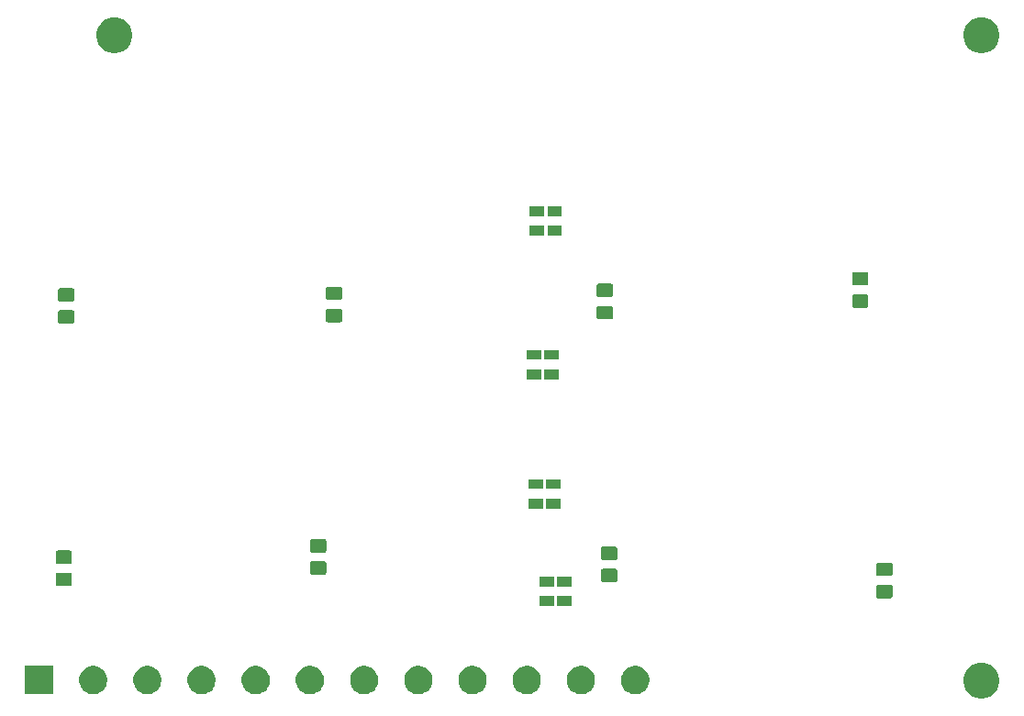
<source format=gbr>
G04 #@! TF.GenerationSoftware,KiCad,Pcbnew,(5.1.5)-3*
G04 #@! TF.CreationDate,2020-07-03T21:40:14-07:00*
G04 #@! TF.ProjectId,Sparkfun_buttons,53706172-6b66-4756-9e5f-627574746f6e,rev?*
G04 #@! TF.SameCoordinates,Original*
G04 #@! TF.FileFunction,Soldermask,Bot*
G04 #@! TF.FilePolarity,Negative*
%FSLAX46Y46*%
G04 Gerber Fmt 4.6, Leading zero omitted, Abs format (unit mm)*
G04 Created by KiCad (PCBNEW (5.1.5)-3) date 2020-07-03 21:40:14*
%MOMM*%
%LPD*%
G04 APERTURE LIST*
%ADD10C,0.100000*%
G04 APERTURE END LIST*
D10*
G36*
X170375256Y-84306798D02*
G01*
X170481579Y-84327947D01*
X170782042Y-84452403D01*
X171052451Y-84633085D01*
X171282415Y-84863049D01*
X171406036Y-85048061D01*
X171463098Y-85133460D01*
X171587553Y-85433922D01*
X171650279Y-85749263D01*
X171651000Y-85752891D01*
X171651000Y-86078109D01*
X171587553Y-86397079D01*
X171463097Y-86697542D01*
X171282415Y-86967951D01*
X171052451Y-87197915D01*
X170782042Y-87378597D01*
X170481579Y-87503053D01*
X170375256Y-87524202D01*
X170162611Y-87566500D01*
X169837389Y-87566500D01*
X169624744Y-87524202D01*
X169518421Y-87503053D01*
X169217958Y-87378597D01*
X168947549Y-87197915D01*
X168717585Y-86967951D01*
X168536903Y-86697542D01*
X168412447Y-86397079D01*
X168349000Y-86078109D01*
X168349000Y-85752891D01*
X168349722Y-85749263D01*
X168412447Y-85433922D01*
X168536902Y-85133460D01*
X168593964Y-85048061D01*
X168717585Y-84863049D01*
X168947549Y-84633085D01*
X169217958Y-84452403D01*
X169518421Y-84327947D01*
X169624744Y-84306798D01*
X169837389Y-84264500D01*
X170162611Y-84264500D01*
X170375256Y-84306798D01*
G37*
G36*
X133424787Y-84626396D02*
G01*
X133661553Y-84724468D01*
X133661555Y-84724469D01*
X133868955Y-84863049D01*
X133874639Y-84866847D01*
X134055853Y-85048061D01*
X134198232Y-85261147D01*
X134296304Y-85497913D01*
X134346300Y-85749261D01*
X134346300Y-86005539D01*
X134296304Y-86256887D01*
X134238234Y-86397079D01*
X134198231Y-86493655D01*
X134055853Y-86706739D01*
X133874639Y-86887953D01*
X133661555Y-87030331D01*
X133661554Y-87030332D01*
X133661553Y-87030332D01*
X133424787Y-87128404D01*
X133173439Y-87178400D01*
X132917161Y-87178400D01*
X132665813Y-87128404D01*
X132429047Y-87030332D01*
X132429046Y-87030332D01*
X132429045Y-87030331D01*
X132215961Y-86887953D01*
X132034747Y-86706739D01*
X131892369Y-86493655D01*
X131852366Y-86397079D01*
X131794296Y-86256887D01*
X131744300Y-86005539D01*
X131744300Y-85749261D01*
X131794296Y-85497913D01*
X131892368Y-85261147D01*
X132034747Y-85048061D01*
X132215961Y-84866847D01*
X132221645Y-84863049D01*
X132429045Y-84724469D01*
X132429047Y-84724468D01*
X132665813Y-84626396D01*
X132917161Y-84576400D01*
X133173439Y-84576400D01*
X133424787Y-84626396D01*
G37*
G36*
X128424787Y-84626396D02*
G01*
X128661553Y-84724468D01*
X128661555Y-84724469D01*
X128868955Y-84863049D01*
X128874639Y-84866847D01*
X129055853Y-85048061D01*
X129198232Y-85261147D01*
X129296304Y-85497913D01*
X129346300Y-85749261D01*
X129346300Y-86005539D01*
X129296304Y-86256887D01*
X129238234Y-86397079D01*
X129198231Y-86493655D01*
X129055853Y-86706739D01*
X128874639Y-86887953D01*
X128661555Y-87030331D01*
X128661554Y-87030332D01*
X128661553Y-87030332D01*
X128424787Y-87128404D01*
X128173439Y-87178400D01*
X127917161Y-87178400D01*
X127665813Y-87128404D01*
X127429047Y-87030332D01*
X127429046Y-87030332D01*
X127429045Y-87030331D01*
X127215961Y-86887953D01*
X127034747Y-86706739D01*
X126892369Y-86493655D01*
X126852366Y-86397079D01*
X126794296Y-86256887D01*
X126744300Y-86005539D01*
X126744300Y-85749261D01*
X126794296Y-85497913D01*
X126892368Y-85261147D01*
X127034747Y-85048061D01*
X127215961Y-84866847D01*
X127221645Y-84863049D01*
X127429045Y-84724469D01*
X127429047Y-84724468D01*
X127665813Y-84626396D01*
X127917161Y-84576400D01*
X128173439Y-84576400D01*
X128424787Y-84626396D01*
G37*
G36*
X123424787Y-84626396D02*
G01*
X123661553Y-84724468D01*
X123661555Y-84724469D01*
X123868955Y-84863049D01*
X123874639Y-84866847D01*
X124055853Y-85048061D01*
X124198232Y-85261147D01*
X124296304Y-85497913D01*
X124346300Y-85749261D01*
X124346300Y-86005539D01*
X124296304Y-86256887D01*
X124238234Y-86397079D01*
X124198231Y-86493655D01*
X124055853Y-86706739D01*
X123874639Y-86887953D01*
X123661555Y-87030331D01*
X123661554Y-87030332D01*
X123661553Y-87030332D01*
X123424787Y-87128404D01*
X123173439Y-87178400D01*
X122917161Y-87178400D01*
X122665813Y-87128404D01*
X122429047Y-87030332D01*
X122429046Y-87030332D01*
X122429045Y-87030331D01*
X122215961Y-86887953D01*
X122034747Y-86706739D01*
X121892369Y-86493655D01*
X121852366Y-86397079D01*
X121794296Y-86256887D01*
X121744300Y-86005539D01*
X121744300Y-85749261D01*
X121794296Y-85497913D01*
X121892368Y-85261147D01*
X122034747Y-85048061D01*
X122215961Y-84866847D01*
X122221645Y-84863049D01*
X122429045Y-84724469D01*
X122429047Y-84724468D01*
X122665813Y-84626396D01*
X122917161Y-84576400D01*
X123173439Y-84576400D01*
X123424787Y-84626396D01*
G37*
G36*
X118424787Y-84626396D02*
G01*
X118661553Y-84724468D01*
X118661555Y-84724469D01*
X118868955Y-84863049D01*
X118874639Y-84866847D01*
X119055853Y-85048061D01*
X119198232Y-85261147D01*
X119296304Y-85497913D01*
X119346300Y-85749261D01*
X119346300Y-86005539D01*
X119296304Y-86256887D01*
X119238234Y-86397079D01*
X119198231Y-86493655D01*
X119055853Y-86706739D01*
X118874639Y-86887953D01*
X118661555Y-87030331D01*
X118661554Y-87030332D01*
X118661553Y-87030332D01*
X118424787Y-87128404D01*
X118173439Y-87178400D01*
X117917161Y-87178400D01*
X117665813Y-87128404D01*
X117429047Y-87030332D01*
X117429046Y-87030332D01*
X117429045Y-87030331D01*
X117215961Y-86887953D01*
X117034747Y-86706739D01*
X116892369Y-86493655D01*
X116852366Y-86397079D01*
X116794296Y-86256887D01*
X116744300Y-86005539D01*
X116744300Y-85749261D01*
X116794296Y-85497913D01*
X116892368Y-85261147D01*
X117034747Y-85048061D01*
X117215961Y-84866847D01*
X117221645Y-84863049D01*
X117429045Y-84724469D01*
X117429047Y-84724468D01*
X117665813Y-84626396D01*
X117917161Y-84576400D01*
X118173439Y-84576400D01*
X118424787Y-84626396D01*
G37*
G36*
X113424787Y-84626396D02*
G01*
X113661553Y-84724468D01*
X113661555Y-84724469D01*
X113868955Y-84863049D01*
X113874639Y-84866847D01*
X114055853Y-85048061D01*
X114198232Y-85261147D01*
X114296304Y-85497913D01*
X114346300Y-85749261D01*
X114346300Y-86005539D01*
X114296304Y-86256887D01*
X114238234Y-86397079D01*
X114198231Y-86493655D01*
X114055853Y-86706739D01*
X113874639Y-86887953D01*
X113661555Y-87030331D01*
X113661554Y-87030332D01*
X113661553Y-87030332D01*
X113424787Y-87128404D01*
X113173439Y-87178400D01*
X112917161Y-87178400D01*
X112665813Y-87128404D01*
X112429047Y-87030332D01*
X112429046Y-87030332D01*
X112429045Y-87030331D01*
X112215961Y-86887953D01*
X112034747Y-86706739D01*
X111892369Y-86493655D01*
X111852366Y-86397079D01*
X111794296Y-86256887D01*
X111744300Y-86005539D01*
X111744300Y-85749261D01*
X111794296Y-85497913D01*
X111892368Y-85261147D01*
X112034747Y-85048061D01*
X112215961Y-84866847D01*
X112221645Y-84863049D01*
X112429045Y-84724469D01*
X112429047Y-84724468D01*
X112665813Y-84626396D01*
X112917161Y-84576400D01*
X113173439Y-84576400D01*
X113424787Y-84626396D01*
G37*
G36*
X108424787Y-84626396D02*
G01*
X108661553Y-84724468D01*
X108661555Y-84724469D01*
X108868955Y-84863049D01*
X108874639Y-84866847D01*
X109055853Y-85048061D01*
X109198232Y-85261147D01*
X109296304Y-85497913D01*
X109346300Y-85749261D01*
X109346300Y-86005539D01*
X109296304Y-86256887D01*
X109238234Y-86397079D01*
X109198231Y-86493655D01*
X109055853Y-86706739D01*
X108874639Y-86887953D01*
X108661555Y-87030331D01*
X108661554Y-87030332D01*
X108661553Y-87030332D01*
X108424787Y-87128404D01*
X108173439Y-87178400D01*
X107917161Y-87178400D01*
X107665813Y-87128404D01*
X107429047Y-87030332D01*
X107429046Y-87030332D01*
X107429045Y-87030331D01*
X107215961Y-86887953D01*
X107034747Y-86706739D01*
X106892369Y-86493655D01*
X106852366Y-86397079D01*
X106794296Y-86256887D01*
X106744300Y-86005539D01*
X106744300Y-85749261D01*
X106794296Y-85497913D01*
X106892368Y-85261147D01*
X107034747Y-85048061D01*
X107215961Y-84866847D01*
X107221645Y-84863049D01*
X107429045Y-84724469D01*
X107429047Y-84724468D01*
X107665813Y-84626396D01*
X107917161Y-84576400D01*
X108173439Y-84576400D01*
X108424787Y-84626396D01*
G37*
G36*
X98424787Y-84626396D02*
G01*
X98661553Y-84724468D01*
X98661555Y-84724469D01*
X98868955Y-84863049D01*
X98874639Y-84866847D01*
X99055853Y-85048061D01*
X99198232Y-85261147D01*
X99296304Y-85497913D01*
X99346300Y-85749261D01*
X99346300Y-86005539D01*
X99296304Y-86256887D01*
X99238234Y-86397079D01*
X99198231Y-86493655D01*
X99055853Y-86706739D01*
X98874639Y-86887953D01*
X98661555Y-87030331D01*
X98661554Y-87030332D01*
X98661553Y-87030332D01*
X98424787Y-87128404D01*
X98173439Y-87178400D01*
X97917161Y-87178400D01*
X97665813Y-87128404D01*
X97429047Y-87030332D01*
X97429046Y-87030332D01*
X97429045Y-87030331D01*
X97215961Y-86887953D01*
X97034747Y-86706739D01*
X96892369Y-86493655D01*
X96852366Y-86397079D01*
X96794296Y-86256887D01*
X96744300Y-86005539D01*
X96744300Y-85749261D01*
X96794296Y-85497913D01*
X96892368Y-85261147D01*
X97034747Y-85048061D01*
X97215961Y-84866847D01*
X97221645Y-84863049D01*
X97429045Y-84724469D01*
X97429047Y-84724468D01*
X97665813Y-84626396D01*
X97917161Y-84576400D01*
X98173439Y-84576400D01*
X98424787Y-84626396D01*
G37*
G36*
X138424787Y-84626396D02*
G01*
X138661553Y-84724468D01*
X138661555Y-84724469D01*
X138868955Y-84863049D01*
X138874639Y-84866847D01*
X139055853Y-85048061D01*
X139198232Y-85261147D01*
X139296304Y-85497913D01*
X139346300Y-85749261D01*
X139346300Y-86005539D01*
X139296304Y-86256887D01*
X139238234Y-86397079D01*
X139198231Y-86493655D01*
X139055853Y-86706739D01*
X138874639Y-86887953D01*
X138661555Y-87030331D01*
X138661554Y-87030332D01*
X138661553Y-87030332D01*
X138424787Y-87128404D01*
X138173439Y-87178400D01*
X137917161Y-87178400D01*
X137665813Y-87128404D01*
X137429047Y-87030332D01*
X137429046Y-87030332D01*
X137429045Y-87030331D01*
X137215961Y-86887953D01*
X137034747Y-86706739D01*
X136892369Y-86493655D01*
X136852366Y-86397079D01*
X136794296Y-86256887D01*
X136744300Y-86005539D01*
X136744300Y-85749261D01*
X136794296Y-85497913D01*
X136892368Y-85261147D01*
X137034747Y-85048061D01*
X137215961Y-84866847D01*
X137221645Y-84863049D01*
X137429045Y-84724469D01*
X137429047Y-84724468D01*
X137665813Y-84626396D01*
X137917161Y-84576400D01*
X138173439Y-84576400D01*
X138424787Y-84626396D01*
G37*
G36*
X84346300Y-87178400D02*
G01*
X81744300Y-87178400D01*
X81744300Y-84576400D01*
X84346300Y-84576400D01*
X84346300Y-87178400D01*
G37*
G36*
X88424787Y-84626396D02*
G01*
X88661553Y-84724468D01*
X88661555Y-84724469D01*
X88868955Y-84863049D01*
X88874639Y-84866847D01*
X89055853Y-85048061D01*
X89198232Y-85261147D01*
X89296304Y-85497913D01*
X89346300Y-85749261D01*
X89346300Y-86005539D01*
X89296304Y-86256887D01*
X89238234Y-86397079D01*
X89198231Y-86493655D01*
X89055853Y-86706739D01*
X88874639Y-86887953D01*
X88661555Y-87030331D01*
X88661554Y-87030332D01*
X88661553Y-87030332D01*
X88424787Y-87128404D01*
X88173439Y-87178400D01*
X87917161Y-87178400D01*
X87665813Y-87128404D01*
X87429047Y-87030332D01*
X87429046Y-87030332D01*
X87429045Y-87030331D01*
X87215961Y-86887953D01*
X87034747Y-86706739D01*
X86892369Y-86493655D01*
X86852366Y-86397079D01*
X86794296Y-86256887D01*
X86744300Y-86005539D01*
X86744300Y-85749261D01*
X86794296Y-85497913D01*
X86892368Y-85261147D01*
X87034747Y-85048061D01*
X87215961Y-84866847D01*
X87221645Y-84863049D01*
X87429045Y-84724469D01*
X87429047Y-84724468D01*
X87665813Y-84626396D01*
X87917161Y-84576400D01*
X88173439Y-84576400D01*
X88424787Y-84626396D01*
G37*
G36*
X93424787Y-84626396D02*
G01*
X93661553Y-84724468D01*
X93661555Y-84724469D01*
X93868955Y-84863049D01*
X93874639Y-84866847D01*
X94055853Y-85048061D01*
X94198232Y-85261147D01*
X94296304Y-85497913D01*
X94346300Y-85749261D01*
X94346300Y-86005539D01*
X94296304Y-86256887D01*
X94238234Y-86397079D01*
X94198231Y-86493655D01*
X94055853Y-86706739D01*
X93874639Y-86887953D01*
X93661555Y-87030331D01*
X93661554Y-87030332D01*
X93661553Y-87030332D01*
X93424787Y-87128404D01*
X93173439Y-87178400D01*
X92917161Y-87178400D01*
X92665813Y-87128404D01*
X92429047Y-87030332D01*
X92429046Y-87030332D01*
X92429045Y-87030331D01*
X92215961Y-86887953D01*
X92034747Y-86706739D01*
X91892369Y-86493655D01*
X91852366Y-86397079D01*
X91794296Y-86256887D01*
X91744300Y-86005539D01*
X91744300Y-85749261D01*
X91794296Y-85497913D01*
X91892368Y-85261147D01*
X92034747Y-85048061D01*
X92215961Y-84866847D01*
X92221645Y-84863049D01*
X92429045Y-84724469D01*
X92429047Y-84724468D01*
X92665813Y-84626396D01*
X92917161Y-84576400D01*
X93173439Y-84576400D01*
X93424787Y-84626396D01*
G37*
G36*
X103424787Y-84626396D02*
G01*
X103661553Y-84724468D01*
X103661555Y-84724469D01*
X103868955Y-84863049D01*
X103874639Y-84866847D01*
X104055853Y-85048061D01*
X104198232Y-85261147D01*
X104296304Y-85497913D01*
X104346300Y-85749261D01*
X104346300Y-86005539D01*
X104296304Y-86256887D01*
X104238234Y-86397079D01*
X104198231Y-86493655D01*
X104055853Y-86706739D01*
X103874639Y-86887953D01*
X103661555Y-87030331D01*
X103661554Y-87030332D01*
X103661553Y-87030332D01*
X103424787Y-87128404D01*
X103173439Y-87178400D01*
X102917161Y-87178400D01*
X102665813Y-87128404D01*
X102429047Y-87030332D01*
X102429046Y-87030332D01*
X102429045Y-87030331D01*
X102215961Y-86887953D01*
X102034747Y-86706739D01*
X101892369Y-86493655D01*
X101852366Y-86397079D01*
X101794296Y-86256887D01*
X101744300Y-86005539D01*
X101744300Y-85749261D01*
X101794296Y-85497913D01*
X101892368Y-85261147D01*
X102034747Y-85048061D01*
X102215961Y-84866847D01*
X102221645Y-84863049D01*
X102429045Y-84724469D01*
X102429047Y-84724468D01*
X102665813Y-84626396D01*
X102917161Y-84576400D01*
X103173439Y-84576400D01*
X103424787Y-84626396D01*
G37*
G36*
X130565600Y-79038600D02*
G01*
X129213600Y-79038600D01*
X129213600Y-78136600D01*
X130565600Y-78136600D01*
X130565600Y-79038600D01*
G37*
G36*
X132215600Y-79038600D02*
G01*
X130863600Y-79038600D01*
X130863600Y-78136600D01*
X132215600Y-78136600D01*
X132215600Y-79038600D01*
G37*
G36*
X161637374Y-77069665D02*
G01*
X161675067Y-77081099D01*
X161709803Y-77099666D01*
X161740248Y-77124652D01*
X161765234Y-77155097D01*
X161783801Y-77189833D01*
X161795235Y-77227526D01*
X161799700Y-77272861D01*
X161799700Y-78109539D01*
X161795235Y-78154874D01*
X161783801Y-78192567D01*
X161765234Y-78227303D01*
X161740248Y-78257748D01*
X161709803Y-78282734D01*
X161675067Y-78301301D01*
X161637374Y-78312735D01*
X161592039Y-78317200D01*
X160505361Y-78317200D01*
X160460026Y-78312735D01*
X160422333Y-78301301D01*
X160387597Y-78282734D01*
X160357152Y-78257748D01*
X160332166Y-78227303D01*
X160313599Y-78192567D01*
X160302165Y-78154874D01*
X160297700Y-78109539D01*
X160297700Y-77272861D01*
X160302165Y-77227526D01*
X160313599Y-77189833D01*
X160332166Y-77155097D01*
X160357152Y-77124652D01*
X160387597Y-77099666D01*
X160422333Y-77081099D01*
X160460026Y-77069665D01*
X160505361Y-77065200D01*
X161592039Y-77065200D01*
X161637374Y-77069665D01*
G37*
G36*
X132215600Y-77238600D02*
G01*
X130863600Y-77238600D01*
X130863600Y-76336600D01*
X132215600Y-76336600D01*
X132215600Y-77238600D01*
G37*
G36*
X130565600Y-77238600D02*
G01*
X129213600Y-77238600D01*
X129213600Y-76336600D01*
X130565600Y-76336600D01*
X130565600Y-77238600D01*
G37*
G36*
X85919974Y-75952065D02*
G01*
X85957667Y-75963499D01*
X85992403Y-75982066D01*
X86022848Y-76007052D01*
X86047834Y-76037497D01*
X86066401Y-76072233D01*
X86077835Y-76109926D01*
X86082300Y-76155261D01*
X86082300Y-76991939D01*
X86077835Y-77037274D01*
X86066401Y-77074967D01*
X86047834Y-77109703D01*
X86022848Y-77140148D01*
X85992403Y-77165134D01*
X85957667Y-77183701D01*
X85919974Y-77195135D01*
X85874639Y-77199600D01*
X84787961Y-77199600D01*
X84742626Y-77195135D01*
X84704933Y-77183701D01*
X84670197Y-77165134D01*
X84639752Y-77140148D01*
X84614766Y-77109703D01*
X84596199Y-77074967D01*
X84584765Y-77037274D01*
X84580300Y-76991939D01*
X84580300Y-76155261D01*
X84584765Y-76109926D01*
X84596199Y-76072233D01*
X84614766Y-76037497D01*
X84639752Y-76007052D01*
X84670197Y-75982066D01*
X84704933Y-75963499D01*
X84742626Y-75952065D01*
X84787961Y-75947600D01*
X85874639Y-75947600D01*
X85919974Y-75952065D01*
G37*
G36*
X136237374Y-75596465D02*
G01*
X136275067Y-75607899D01*
X136309803Y-75626466D01*
X136340248Y-75651452D01*
X136365234Y-75681897D01*
X136383801Y-75716633D01*
X136395235Y-75754326D01*
X136399700Y-75799661D01*
X136399700Y-76636339D01*
X136395235Y-76681674D01*
X136383801Y-76719367D01*
X136365234Y-76754103D01*
X136340248Y-76784548D01*
X136309803Y-76809534D01*
X136275067Y-76828101D01*
X136237374Y-76839535D01*
X136192039Y-76844000D01*
X135105361Y-76844000D01*
X135060026Y-76839535D01*
X135022333Y-76828101D01*
X134987597Y-76809534D01*
X134957152Y-76784548D01*
X134932166Y-76754103D01*
X134913599Y-76719367D01*
X134902165Y-76681674D01*
X134897700Y-76636339D01*
X134897700Y-75799661D01*
X134902165Y-75754326D01*
X134913599Y-75716633D01*
X134932166Y-75681897D01*
X134957152Y-75651452D01*
X134987597Y-75626466D01*
X135022333Y-75607899D01*
X135060026Y-75596465D01*
X135105361Y-75592000D01*
X136192039Y-75592000D01*
X136237374Y-75596465D01*
G37*
G36*
X161637374Y-75019665D02*
G01*
X161675067Y-75031099D01*
X161709803Y-75049666D01*
X161740248Y-75074652D01*
X161765234Y-75105097D01*
X161783801Y-75139833D01*
X161795235Y-75177526D01*
X161799700Y-75222861D01*
X161799700Y-76059539D01*
X161795235Y-76104874D01*
X161783801Y-76142567D01*
X161765234Y-76177303D01*
X161740248Y-76207748D01*
X161709803Y-76232734D01*
X161675067Y-76251301D01*
X161637374Y-76262735D01*
X161592039Y-76267200D01*
X160505361Y-76267200D01*
X160460026Y-76262735D01*
X160422333Y-76251301D01*
X160387597Y-76232734D01*
X160357152Y-76207748D01*
X160332166Y-76177303D01*
X160313599Y-76142567D01*
X160302165Y-76104874D01*
X160297700Y-76059539D01*
X160297700Y-75222861D01*
X160302165Y-75177526D01*
X160313599Y-75139833D01*
X160332166Y-75105097D01*
X160357152Y-75074652D01*
X160387597Y-75049666D01*
X160422333Y-75031099D01*
X160460026Y-75019665D01*
X160505361Y-75015200D01*
X161592039Y-75015200D01*
X161637374Y-75019665D01*
G37*
G36*
X109389574Y-74897965D02*
G01*
X109427267Y-74909399D01*
X109462003Y-74927966D01*
X109492448Y-74952952D01*
X109517434Y-74983397D01*
X109536001Y-75018133D01*
X109547435Y-75055826D01*
X109551900Y-75101161D01*
X109551900Y-75937839D01*
X109547435Y-75983174D01*
X109536001Y-76020867D01*
X109517434Y-76055603D01*
X109492448Y-76086048D01*
X109462003Y-76111034D01*
X109427267Y-76129601D01*
X109389574Y-76141035D01*
X109344239Y-76145500D01*
X108257561Y-76145500D01*
X108212226Y-76141035D01*
X108174533Y-76129601D01*
X108139797Y-76111034D01*
X108109352Y-76086048D01*
X108084366Y-76055603D01*
X108065799Y-76020867D01*
X108054365Y-75983174D01*
X108049900Y-75937839D01*
X108049900Y-75101161D01*
X108054365Y-75055826D01*
X108065799Y-75018133D01*
X108084366Y-74983397D01*
X108109352Y-74952952D01*
X108139797Y-74927966D01*
X108174533Y-74909399D01*
X108212226Y-74897965D01*
X108257561Y-74893500D01*
X109344239Y-74893500D01*
X109389574Y-74897965D01*
G37*
G36*
X85919974Y-73902065D02*
G01*
X85957667Y-73913499D01*
X85992403Y-73932066D01*
X86022848Y-73957052D01*
X86047834Y-73987497D01*
X86066401Y-74022233D01*
X86077835Y-74059926D01*
X86082300Y-74105261D01*
X86082300Y-74941939D01*
X86077835Y-74987274D01*
X86066401Y-75024967D01*
X86047834Y-75059703D01*
X86022848Y-75090148D01*
X85992403Y-75115134D01*
X85957667Y-75133701D01*
X85919974Y-75145135D01*
X85874639Y-75149600D01*
X84787961Y-75149600D01*
X84742626Y-75145135D01*
X84704933Y-75133701D01*
X84670197Y-75115134D01*
X84639752Y-75090148D01*
X84614766Y-75059703D01*
X84596199Y-75024967D01*
X84584765Y-74987274D01*
X84580300Y-74941939D01*
X84580300Y-74105261D01*
X84584765Y-74059926D01*
X84596199Y-74022233D01*
X84614766Y-73987497D01*
X84639752Y-73957052D01*
X84670197Y-73932066D01*
X84704933Y-73913499D01*
X84742626Y-73902065D01*
X84787961Y-73897600D01*
X85874639Y-73897600D01*
X85919974Y-73902065D01*
G37*
G36*
X136237374Y-73546465D02*
G01*
X136275067Y-73557899D01*
X136309803Y-73576466D01*
X136340248Y-73601452D01*
X136365234Y-73631897D01*
X136383801Y-73666633D01*
X136395235Y-73704326D01*
X136399700Y-73749661D01*
X136399700Y-74586339D01*
X136395235Y-74631674D01*
X136383801Y-74669367D01*
X136365234Y-74704103D01*
X136340248Y-74734548D01*
X136309803Y-74759534D01*
X136275067Y-74778101D01*
X136237374Y-74789535D01*
X136192039Y-74794000D01*
X135105361Y-74794000D01*
X135060026Y-74789535D01*
X135022333Y-74778101D01*
X134987597Y-74759534D01*
X134957152Y-74734548D01*
X134932166Y-74704103D01*
X134913599Y-74669367D01*
X134902165Y-74631674D01*
X134897700Y-74586339D01*
X134897700Y-73749661D01*
X134902165Y-73704326D01*
X134913599Y-73666633D01*
X134932166Y-73631897D01*
X134957152Y-73601452D01*
X134987597Y-73576466D01*
X135022333Y-73557899D01*
X135060026Y-73546465D01*
X135105361Y-73542000D01*
X136192039Y-73542000D01*
X136237374Y-73546465D01*
G37*
G36*
X109389574Y-72847965D02*
G01*
X109427267Y-72859399D01*
X109462003Y-72877966D01*
X109492448Y-72902952D01*
X109517434Y-72933397D01*
X109536001Y-72968133D01*
X109547435Y-73005826D01*
X109551900Y-73051161D01*
X109551900Y-73887839D01*
X109547435Y-73933174D01*
X109536001Y-73970867D01*
X109517434Y-74005603D01*
X109492448Y-74036048D01*
X109462003Y-74061034D01*
X109427267Y-74079601D01*
X109389574Y-74091035D01*
X109344239Y-74095500D01*
X108257561Y-74095500D01*
X108212226Y-74091035D01*
X108174533Y-74079601D01*
X108139797Y-74061034D01*
X108109352Y-74036048D01*
X108084366Y-74005603D01*
X108065799Y-73970867D01*
X108054365Y-73933174D01*
X108049900Y-73887839D01*
X108049900Y-73051161D01*
X108054365Y-73005826D01*
X108065799Y-72968133D01*
X108084366Y-72933397D01*
X108109352Y-72902952D01*
X108139797Y-72877966D01*
X108174533Y-72859399D01*
X108212226Y-72847965D01*
X108257561Y-72843500D01*
X109344239Y-72843500D01*
X109389574Y-72847965D01*
G37*
G36*
X131180700Y-70032600D02*
G01*
X129828700Y-70032600D01*
X129828700Y-69130600D01*
X131180700Y-69130600D01*
X131180700Y-70032600D01*
G37*
G36*
X129530700Y-70032600D02*
G01*
X128178700Y-70032600D01*
X128178700Y-69130600D01*
X129530700Y-69130600D01*
X129530700Y-70032600D01*
G37*
G36*
X129530700Y-68232600D02*
G01*
X128178700Y-68232600D01*
X128178700Y-67330600D01*
X129530700Y-67330600D01*
X129530700Y-68232600D01*
G37*
G36*
X131180700Y-68232600D02*
G01*
X129828700Y-68232600D01*
X129828700Y-67330600D01*
X131180700Y-67330600D01*
X131180700Y-68232600D01*
G37*
G36*
X129359200Y-58092900D02*
G01*
X128007200Y-58092900D01*
X128007200Y-57190900D01*
X129359200Y-57190900D01*
X129359200Y-58092900D01*
G37*
G36*
X131009200Y-58092900D02*
G01*
X129657200Y-58092900D01*
X129657200Y-57190900D01*
X131009200Y-57190900D01*
X131009200Y-58092900D01*
G37*
G36*
X129359200Y-56292900D02*
G01*
X128007200Y-56292900D01*
X128007200Y-55390900D01*
X129359200Y-55390900D01*
X129359200Y-56292900D01*
G37*
G36*
X131009200Y-56292900D02*
G01*
X129657200Y-56292900D01*
X129657200Y-55390900D01*
X131009200Y-55390900D01*
X131009200Y-56292900D01*
G37*
G36*
X86135874Y-51720465D02*
G01*
X86173567Y-51731899D01*
X86208303Y-51750466D01*
X86238748Y-51775452D01*
X86263734Y-51805897D01*
X86282301Y-51840633D01*
X86293735Y-51878326D01*
X86298200Y-51923661D01*
X86298200Y-52760339D01*
X86293735Y-52805674D01*
X86282301Y-52843367D01*
X86263734Y-52878103D01*
X86238748Y-52908548D01*
X86208303Y-52933534D01*
X86173567Y-52952101D01*
X86135874Y-52963535D01*
X86090539Y-52968000D01*
X85003861Y-52968000D01*
X84958526Y-52963535D01*
X84920833Y-52952101D01*
X84886097Y-52933534D01*
X84855652Y-52908548D01*
X84830666Y-52878103D01*
X84812099Y-52843367D01*
X84800665Y-52805674D01*
X84796200Y-52760339D01*
X84796200Y-51923661D01*
X84800665Y-51878326D01*
X84812099Y-51840633D01*
X84830666Y-51805897D01*
X84855652Y-51775452D01*
X84886097Y-51750466D01*
X84920833Y-51731899D01*
X84958526Y-51720465D01*
X85003861Y-51716000D01*
X86090539Y-51716000D01*
X86135874Y-51720465D01*
G37*
G36*
X110850074Y-51593465D02*
G01*
X110887767Y-51604899D01*
X110922503Y-51623466D01*
X110952948Y-51648452D01*
X110977934Y-51678897D01*
X110996501Y-51713633D01*
X111007935Y-51751326D01*
X111012400Y-51796661D01*
X111012400Y-52633339D01*
X111007935Y-52678674D01*
X110996501Y-52716367D01*
X110977934Y-52751103D01*
X110952948Y-52781548D01*
X110922503Y-52806534D01*
X110887767Y-52825101D01*
X110850074Y-52836535D01*
X110804739Y-52841000D01*
X109718061Y-52841000D01*
X109672726Y-52836535D01*
X109635033Y-52825101D01*
X109600297Y-52806534D01*
X109569852Y-52781548D01*
X109544866Y-52751103D01*
X109526299Y-52716367D01*
X109514865Y-52678674D01*
X109510400Y-52633339D01*
X109510400Y-51796661D01*
X109514865Y-51751326D01*
X109526299Y-51713633D01*
X109544866Y-51678897D01*
X109569852Y-51648452D01*
X109600297Y-51623466D01*
X109635033Y-51604899D01*
X109672726Y-51593465D01*
X109718061Y-51589000D01*
X110804739Y-51589000D01*
X110850074Y-51593465D01*
G37*
G36*
X135843674Y-51314065D02*
G01*
X135881367Y-51325499D01*
X135916103Y-51344066D01*
X135946548Y-51369052D01*
X135971534Y-51399497D01*
X135990101Y-51434233D01*
X136001535Y-51471926D01*
X136006000Y-51517261D01*
X136006000Y-52353939D01*
X136001535Y-52399274D01*
X135990101Y-52436967D01*
X135971534Y-52471703D01*
X135946548Y-52502148D01*
X135916103Y-52527134D01*
X135881367Y-52545701D01*
X135843674Y-52557135D01*
X135798339Y-52561600D01*
X134711661Y-52561600D01*
X134666326Y-52557135D01*
X134628633Y-52545701D01*
X134593897Y-52527134D01*
X134563452Y-52502148D01*
X134538466Y-52471703D01*
X134519899Y-52436967D01*
X134508465Y-52399274D01*
X134504000Y-52353939D01*
X134504000Y-51517261D01*
X134508465Y-51471926D01*
X134519899Y-51434233D01*
X134538466Y-51399497D01*
X134563452Y-51369052D01*
X134593897Y-51344066D01*
X134628633Y-51325499D01*
X134666326Y-51314065D01*
X134711661Y-51309600D01*
X135798339Y-51309600D01*
X135843674Y-51314065D01*
G37*
G36*
X159414874Y-50234565D02*
G01*
X159452567Y-50245999D01*
X159487303Y-50264566D01*
X159517748Y-50289552D01*
X159542734Y-50319997D01*
X159561301Y-50354733D01*
X159572735Y-50392426D01*
X159577200Y-50437761D01*
X159577200Y-51274439D01*
X159572735Y-51319774D01*
X159561301Y-51357467D01*
X159542734Y-51392203D01*
X159517748Y-51422648D01*
X159487303Y-51447634D01*
X159452567Y-51466201D01*
X159414874Y-51477635D01*
X159369539Y-51482100D01*
X158282861Y-51482100D01*
X158237526Y-51477635D01*
X158199833Y-51466201D01*
X158165097Y-51447634D01*
X158134652Y-51422648D01*
X158109666Y-51392203D01*
X158091099Y-51357467D01*
X158079665Y-51319774D01*
X158075200Y-51274439D01*
X158075200Y-50437761D01*
X158079665Y-50392426D01*
X158091099Y-50354733D01*
X158109666Y-50319997D01*
X158134652Y-50289552D01*
X158165097Y-50264566D01*
X158199833Y-50245999D01*
X158237526Y-50234565D01*
X158282861Y-50230100D01*
X159369539Y-50230100D01*
X159414874Y-50234565D01*
G37*
G36*
X86135874Y-49670465D02*
G01*
X86173567Y-49681899D01*
X86208303Y-49700466D01*
X86238748Y-49725452D01*
X86263734Y-49755897D01*
X86282301Y-49790633D01*
X86293735Y-49828326D01*
X86298200Y-49873661D01*
X86298200Y-50710339D01*
X86293735Y-50755674D01*
X86282301Y-50793367D01*
X86263734Y-50828103D01*
X86238748Y-50858548D01*
X86208303Y-50883534D01*
X86173567Y-50902101D01*
X86135874Y-50913535D01*
X86090539Y-50918000D01*
X85003861Y-50918000D01*
X84958526Y-50913535D01*
X84920833Y-50902101D01*
X84886097Y-50883534D01*
X84855652Y-50858548D01*
X84830666Y-50828103D01*
X84812099Y-50793367D01*
X84800665Y-50755674D01*
X84796200Y-50710339D01*
X84796200Y-49873661D01*
X84800665Y-49828326D01*
X84812099Y-49790633D01*
X84830666Y-49755897D01*
X84855652Y-49725452D01*
X84886097Y-49700466D01*
X84920833Y-49681899D01*
X84958526Y-49670465D01*
X85003861Y-49666000D01*
X86090539Y-49666000D01*
X86135874Y-49670465D01*
G37*
G36*
X110850074Y-49543465D02*
G01*
X110887767Y-49554899D01*
X110922503Y-49573466D01*
X110952948Y-49598452D01*
X110977934Y-49628897D01*
X110996501Y-49663633D01*
X111007935Y-49701326D01*
X111012400Y-49746661D01*
X111012400Y-50583339D01*
X111007935Y-50628674D01*
X110996501Y-50666367D01*
X110977934Y-50701103D01*
X110952948Y-50731548D01*
X110922503Y-50756534D01*
X110887767Y-50775101D01*
X110850074Y-50786535D01*
X110804739Y-50791000D01*
X109718061Y-50791000D01*
X109672726Y-50786535D01*
X109635033Y-50775101D01*
X109600297Y-50756534D01*
X109569852Y-50731548D01*
X109544866Y-50701103D01*
X109526299Y-50666367D01*
X109514865Y-50628674D01*
X109510400Y-50583339D01*
X109510400Y-49746661D01*
X109514865Y-49701326D01*
X109526299Y-49663633D01*
X109544866Y-49628897D01*
X109569852Y-49598452D01*
X109600297Y-49573466D01*
X109635033Y-49554899D01*
X109672726Y-49543465D01*
X109718061Y-49539000D01*
X110804739Y-49539000D01*
X110850074Y-49543465D01*
G37*
G36*
X135843674Y-49264065D02*
G01*
X135881367Y-49275499D01*
X135916103Y-49294066D01*
X135946548Y-49319052D01*
X135971534Y-49349497D01*
X135990101Y-49384233D01*
X136001535Y-49421926D01*
X136006000Y-49467261D01*
X136006000Y-50303939D01*
X136001535Y-50349274D01*
X135990101Y-50386967D01*
X135971534Y-50421703D01*
X135946548Y-50452148D01*
X135916103Y-50477134D01*
X135881367Y-50495701D01*
X135843674Y-50507135D01*
X135798339Y-50511600D01*
X134711661Y-50511600D01*
X134666326Y-50507135D01*
X134628633Y-50495701D01*
X134593897Y-50477134D01*
X134563452Y-50452148D01*
X134538466Y-50421703D01*
X134519899Y-50386967D01*
X134508465Y-50349274D01*
X134504000Y-50303939D01*
X134504000Y-49467261D01*
X134508465Y-49421926D01*
X134519899Y-49384233D01*
X134538466Y-49349497D01*
X134563452Y-49319052D01*
X134593897Y-49294066D01*
X134628633Y-49275499D01*
X134666326Y-49264065D01*
X134711661Y-49259600D01*
X135798339Y-49259600D01*
X135843674Y-49264065D01*
G37*
G36*
X159414874Y-48184565D02*
G01*
X159452567Y-48195999D01*
X159487303Y-48214566D01*
X159517748Y-48239552D01*
X159542734Y-48269997D01*
X159561301Y-48304733D01*
X159572735Y-48342426D01*
X159577200Y-48387761D01*
X159577200Y-49224439D01*
X159572735Y-49269774D01*
X159561301Y-49307467D01*
X159542734Y-49342203D01*
X159517748Y-49372648D01*
X159487303Y-49397634D01*
X159452567Y-49416201D01*
X159414874Y-49427635D01*
X159369539Y-49432100D01*
X158282861Y-49432100D01*
X158237526Y-49427635D01*
X158199833Y-49416201D01*
X158165097Y-49397634D01*
X158134652Y-49372648D01*
X158109666Y-49342203D01*
X158091099Y-49307467D01*
X158079665Y-49269774D01*
X158075200Y-49224439D01*
X158075200Y-48387761D01*
X158079665Y-48342426D01*
X158091099Y-48304733D01*
X158109666Y-48269997D01*
X158134652Y-48239552D01*
X158165097Y-48214566D01*
X158199833Y-48195999D01*
X158237526Y-48184565D01*
X158282861Y-48180100D01*
X159369539Y-48180100D01*
X159414874Y-48184565D01*
G37*
G36*
X131301400Y-44837500D02*
G01*
X129949400Y-44837500D01*
X129949400Y-43935500D01*
X131301400Y-43935500D01*
X131301400Y-44837500D01*
G37*
G36*
X129651400Y-44837500D02*
G01*
X128299400Y-44837500D01*
X128299400Y-43935500D01*
X129651400Y-43935500D01*
X129651400Y-44837500D01*
G37*
G36*
X131301400Y-43037500D02*
G01*
X129949400Y-43037500D01*
X129949400Y-42135500D01*
X131301400Y-42135500D01*
X131301400Y-43037500D01*
G37*
G36*
X129651400Y-43037500D02*
G01*
X128299400Y-43037500D01*
X128299400Y-42135500D01*
X129651400Y-42135500D01*
X129651400Y-43037500D01*
G37*
G36*
X170375256Y-24709498D02*
G01*
X170481579Y-24730647D01*
X170782042Y-24855103D01*
X171052451Y-25035785D01*
X171282415Y-25265749D01*
X171463097Y-25536158D01*
X171587553Y-25836621D01*
X171651000Y-26155591D01*
X171651000Y-26480809D01*
X171587553Y-26799779D01*
X171463097Y-27100242D01*
X171282415Y-27370651D01*
X171052451Y-27600615D01*
X170782042Y-27781297D01*
X170481579Y-27905753D01*
X170375256Y-27926902D01*
X170162611Y-27969200D01*
X169837389Y-27969200D01*
X169624744Y-27926902D01*
X169518421Y-27905753D01*
X169217958Y-27781297D01*
X168947549Y-27600615D01*
X168717585Y-27370651D01*
X168536903Y-27100242D01*
X168412447Y-26799779D01*
X168349000Y-26480809D01*
X168349000Y-26155591D01*
X168412447Y-25836621D01*
X168536903Y-25536158D01*
X168717585Y-25265749D01*
X168947549Y-25035785D01*
X169217958Y-24855103D01*
X169518421Y-24730647D01*
X169624744Y-24709498D01*
X169837389Y-24667200D01*
X170162611Y-24667200D01*
X170375256Y-24709498D01*
G37*
G36*
X90375256Y-24709498D02*
G01*
X90481579Y-24730647D01*
X90782042Y-24855103D01*
X91052451Y-25035785D01*
X91282415Y-25265749D01*
X91463097Y-25536158D01*
X91587553Y-25836621D01*
X91651000Y-26155591D01*
X91651000Y-26480809D01*
X91587553Y-26799779D01*
X91463097Y-27100242D01*
X91282415Y-27370651D01*
X91052451Y-27600615D01*
X90782042Y-27781297D01*
X90481579Y-27905753D01*
X90375256Y-27926902D01*
X90162611Y-27969200D01*
X89837389Y-27969200D01*
X89624744Y-27926902D01*
X89518421Y-27905753D01*
X89217958Y-27781297D01*
X88947549Y-27600615D01*
X88717585Y-27370651D01*
X88536903Y-27100242D01*
X88412447Y-26799779D01*
X88349000Y-26480809D01*
X88349000Y-26155591D01*
X88412447Y-25836621D01*
X88536903Y-25536158D01*
X88717585Y-25265749D01*
X88947549Y-25035785D01*
X89217958Y-24855103D01*
X89518421Y-24730647D01*
X89624744Y-24709498D01*
X89837389Y-24667200D01*
X90162611Y-24667200D01*
X90375256Y-24709498D01*
G37*
M02*

</source>
